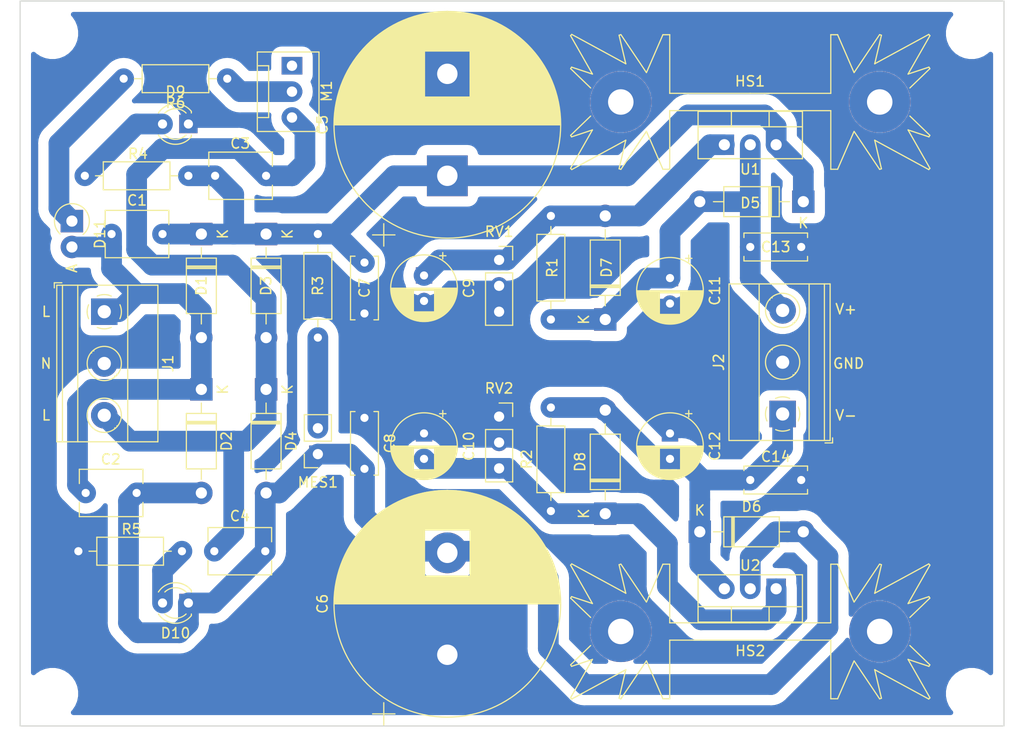
<source format=kicad_pcb>
(kicad_pcb (version 20211014) (generator pcbnew)
  (title_block (title "Dual-voltage adjustable power supply") (date "2022-12-04") (rev "v03.2") (comment 2 "https://www.gnu.org/licenses/gpl.html") (comment 3 "License: GNU General Public License (GPL) version 3") (comment 4 "Author: Poly Electronics"))
  (layers (0 "F.Cu" signal) (31 "B.Cu" signal) (34 "B.Paste" user) (35 "F.Paste" user) (36 "B.SilkS" user "B.Silkscreen") (37 "F.SilkS" user "F.Silkscreen") (38 "B.Mask" user) (39 "F.Mask" user) (44 "Edge.Cuts" user))
  (net 0 "")
  (net 1 "Net-(C1-Pad2)")
  (net 2 "Net-(C1-Pad1)")
  (net 3 "Net-(C2-Pad1)")
  (net 4 "Net-(C3-Pad1)")
  (net 5 "GND")
  (net 6 "Net-(C9-Pad1)")
  (net 7 "Net-(C10-Pad2)")
  (net 8 "Net-(C11-Pad1)")
  (net 9 "Net-(C12-Pad2)")
  (net 10 "Net-(D9-Pad2)")
  (net 11 "Net-(D10-Pad2)")
  (net 12 "Net-(MES1-Pad2)")
  (net 13 "Net-(D11-Pad1)")
  (net 14 "Net-(M1-Pad2)")
  (footprint "Capacitor_THT:C_Disc_D6.0mm_W4.4mm_P5.00mm" (layer "F.Cu") (at 111.76 75.565 180)
    (fp_text reference "C3" (at 2.54 3.175) (layer "F.SilkS"))
    (fp_text value "10n")
    (pad "1" thru_hole circle (at 0 0 180) (size 1.6 1.6) (drill 0.8) (layers *.Cu *.Mask) (net 4 "Net-(C3-Pad1)"))
    (pad "2" thru_hole circle (at 5 0 180) (size 1.6 1.6) (drill 0.8) (layers *.Cu *.Mask) (net 2 "Net-(C1-Pad1)"))
  )
  (footprint "Capacitor_THT:C_Disc_D6.0mm_W4.4mm_P5.00mm" (layer "F.Cu") (at 106.68 112.395)
    (fp_text reference "C4" (at 2.5 -3.45) (layer "F.SilkS"))
    (fp_text value "10n")
    (pad "1" thru_hole circle (at 0 0) (size 1.6 1.6) (drill 0.8) (layers *.Cu *.Mask) (net 4 "Net-(C3-Pad1)"))
    (pad "2" thru_hole circle (at 5 0) (size 1.6 1.6) (drill 0.8) (layers *.Cu *.Mask) (net 3 "Net-(C2-Pad1)"))
  )
  (footprint "Capacitor_THT:CP_Radial_D22.0mm_P10.00mm_SnapIn" (layer "F.Cu") (at 129.54 75.565 90)
    (fp_text reference "C5" (at 5 -12.25 90) (layer "F.SilkS"))
    (fp_text value "4700u")
    (pad "1" thru_hole rect (at 0 0 90) (size 4 4) (drill 2) (layers *.Cu *.Mask) (net 2 "Net-(C1-Pad1)"))
    (pad "2" thru_hole circle (at 10 0 90) (size 4 4) (drill 2) (layers *.Cu *.Mask) (net 5 "GND"))
  )
  (footprint "Capacitor_THT:C_Disc_D6.0mm_W2.5mm_P5.00mm" (layer "F.Cu") (at 121.412 99.314 -90)
    (fp_text reference "C8" (at 2.5 -2.5 90) (layer "F.SilkS"))
    (fp_text value "0.1u")
    (pad "1" thru_hole circle (at 0 0 270) (size 1.6 1.6) (drill 0.8) (layers *.Cu *.Mask) (net 5 "GND"))
    (pad "2" thru_hole circle (at 5 0 270) (size 1.6 1.6) (drill 0.8) (layers *.Cu *.Mask) (net 3 "Net-(C2-Pad1)"))
  )
  (footprint "Diode_THT:D_DO-41_SOD81_P10.16mm_Horizontal" (layer "F.Cu") (at 105.41 81.28 -90)
    (fp_text reference "D1" (at 5.08 0 90) (layer "F.SilkS"))
    (fp_text value "1N4004")
    (fp_text user "K" (at 0 -2.1 90) (layer "F.SilkS"))
    (pad "1" thru_hole rect (at 0 0 270) (size 2.2 2.2) (drill 1.1) (layers *.Cu *.Mask) (net 2 "Net-(C1-Pad1)"))
    (pad "2" thru_hole oval (at 10.16 0 270) (size 2.2 2.2) (drill 1.1) (layers *.Cu *.Mask) (net 1 "Net-(C1-Pad2)"))
  )
  (footprint "Diode_THT:D_DO-41_SOD81_P10.16mm_Horizontal" (layer "F.Cu") (at 105.41 96.52 -90)
    (fp_text reference "D2" (at 5.08 -2.47 90) (layer "F.SilkS"))
    (fp_text value "1N4004")
    (fp_text user "K" (at 0 -2.1 90) (layer "F.SilkS"))
    (pad "1" thru_hole rect (at 0 0 270) (size 2.2 2.2) (drill 1.1) (layers *.Cu *.Mask) (net 1 "Net-(C1-Pad2)"))
    (pad "2" thru_hole oval (at 10.16 0 270) (size 2.2 2.2) (drill 1.1) (layers *.Cu *.Mask) (net 3 "Net-(C2-Pad1)"))
  )
  (footprint "Diode_THT:D_DO-41_SOD81_P10.16mm_Horizontal" (layer "F.Cu") (at 111.76 81.28 -90)
    (fp_text reference "D3" (at 5.08 0 90) (layer "F.SilkS"))
    (fp_text value "1N4004")
    (fp_text user "K" (at 0 -2.1 90) (layer "F.SilkS"))
    (pad "1" thru_hole rect (at 0 0 270) (size 2.2 2.2) (drill 1.1) (layers *.Cu *.Mask) (net 2 "Net-(C1-Pad1)"))
    (pad "2" thru_hole oval (at 10.16 0 270) (size 2.2 2.2) (drill 1.1) (layers *.Cu *.Mask) (net 4 "Net-(C3-Pad1)"))
  )
  (footprint "Diode_THT:D_DO-41_SOD81_P10.16mm_Horizontal" (layer "F.Cu") (at 111.76 96.52 -90)
    (fp_text reference "D4" (at 5.08 -2.47 90) (layer "F.SilkS"))
    (fp_text value "1N4004")
    (fp_text user "K" (at 0 -2.1 90) (layer "F.SilkS"))
    (pad "1" thru_hole rect (at 0 0 270) (size 2.2 2.2) (drill 1.1) (layers *.Cu *.Mask) (net 4 "Net-(C3-Pad1)"))
    (pad "2" thru_hole oval (at 10.16 0 270) (size 2.2 2.2) (drill 1.1) (layers *.Cu *.Mask) (net 3 "Net-(C2-Pad1)"))
  )
  (footprint "Diode_THT:D_DO-41_SOD81_P10.16mm_Horizontal" (layer "F.Cu") (at 145.034 108.712 90)
    (fp_text reference "D8" (at 5.08 -2.47 90) (layer "F.SilkS"))
    (fp_text value "1N4004")
    (fp_text user "K" (at 0 -2.1 90) (layer "F.SilkS"))
    (pad "1" thru_hole rect (at 0 0 90) (size 2.2 2.2) (drill 1.1) (layers *.Cu *.Mask) (net 7 "Net-(C10-Pad2)"))
    (pad "2" thru_hole oval (at 10.16 0 90) (size 2.2 2.2) (drill 1.1) (layers *.Cu *.Mask) (net 9 "Net-(C12-Pad2)"))
  )
  (footprint "LED_THT:LED_D3.0mm" (layer "F.Cu") (at 104.14 70.485 180)
    (fp_text reference "D9" (at 1.27 3.175) (layer "F.SilkS"))
    (fp_text value "LED")
    (pad "1" thru_hole rect (at 0 0 180) (size 1.8 1.8) (drill 0.9) (layers *.Cu *.Mask) (net 5 "GND"))
    (pad "2" thru_hole circle (at 2.54 0 180) (size 1.8 1.8) (drill 0.9) (layers *.Cu *.Mask) (net 10 "Net-(D9-Pad2)"))
  )
  (footprint "TerminalBlock_Phoenix:TerminalBlock_Phoenix_MKDS-1,5-3-5.08_1x03_P5.08mm_Horizontal" (layer "F.Cu") (at 95.885 88.9 -90)
    (fp_text reference "J1" (at 5.08 -6.26 90) (layer "F.SilkS"))
    (fp_text value "POWER")
    (pad "1" thru_hole rect (at 0 0 270) (size 2.6 2.6) (drill 1.3) (layers *.Cu *.Mask) (net 1 "Net-(C1-Pad2)"))
    (pad "2" thru_hole circle (at 5.08 0 270) (size 2.6 2.6) (drill 1.3) (layers *.Cu *.Mask) (net 5 "GND"))
    (pad "3" thru_hole circle (at 10.16 0 270) (size 2.6 2.6) (drill 1.3) (layers *.Cu *.Mask) (net 4 "Net-(C3-Pad1)"))
  )
  (footprint "Connector_PinSocket_2.54mm:PinSocket_1x02_P2.54mm_Vertical" (layer "F.Cu") (at 116.84 102.87 180)
    (fp_text reference "MES1" (at 0 -2.77) (layer "F.SilkS"))
    (fp_text value "Voltmeter_DC")
    (pad "1" thru_hole rect (at 0 0 180) (size 1.7 1.7) (drill 1) (layers *.Cu *.Mask) (net 3 "Net-(C2-Pad1)"))
    (pad "2" thru_hole oval (at 0 2.54 180) (size 1.7 1.7) (drill 1) (layers *.Cu *.Mask) (net 12 "Net-(MES1-Pad2)"))
  )
  (footprint "Resistor_THT:R_Axial_DIN0207_L6.3mm_D2.5mm_P10.16mm_Horizontal" (layer "F.Cu") (at 93.345 112.395)
    (fp_text reference "R5" (at 5.207 -2.159) (layer "F.SilkS"))
    (fp_text value "1K8")
    (pad "1" thru_hole circle (at 0 0) (size 1.6 1.6) (drill 0.8) (layers *.Cu *.Mask) (net 5 "GND"))
    (pad "2" thru_hole oval (at 10.16 0) (size 1.6 1.6) (drill 0.8) (layers *.Cu *.Mask) (net 11 "Net-(D10-Pad2)"))
  )
  (footprint "Capacitor_THT:C_Disc_D6.0mm_W4.4mm_P5.00mm" (layer "F.Cu") (at 99.06 106.68 180)
    (fp_text reference "C2" (at 2.54 3.302) (layer "F.SilkS"))
    (fp_text value "10n")
    (pad "1" thru_hole circle (at 0 0 180) (size 1.6 1.6) (drill 0.8) (layers *.Cu *.Mask) (net 3 "Net-(C2-Pad1)"))
    (pad "2" thru_hole circle (at 5 0 180) (size 1.6 1.6) (drill 0.8) (layers *.Cu *.Mask) (net 1 "Net-(C1-Pad2)"))
  )
  (footprint "Package_TO_SOT_THT:TO-220-3_Vertical" (layer "F.Cu") (at 156.718 72.517)
    (fp_text reference "U1" (at 2.54 2.413) (layer "F.SilkS"))
    (fp_text value "LM317")
    (pad "1" thru_hole rect (at 0 0) (size 1.905 2) (drill 1.1) (layers *.Cu *.Mask) (net 6 "Net-(C9-Pad1)"))
    (pad "2" thru_hole oval (at 2.54 0) (size 1.905 2) (drill 1.1) (layers *.Cu *.Mask) (net 8 "Net-(C11-Pad1)"))
    (pad "3" thru_hole oval (at 5.08 0) (size 1.905 2) (drill 1.1) (layers *.Cu *.Mask) (net 2 "Net-(C1-Pad1)"))
  )
  (footprint "Resistor_THT:R_Axial_DIN0207_L6.3mm_D2.5mm_P10.16mm_Horizontal" (layer "F.Cu") (at 104.14 75.565 180)
    (fp_text reference "R4" (at 4.953 2.159) (layer "F.SilkS"))
    (fp_text value "1K8")
    (pad "1" thru_hole circle (at 0 0 180) (size 1.6 1.6) (drill 0.8) (layers *.Cu *.Mask) (net 2 "Net-(C1-Pad1)"))
    (pad "2" thru_hole oval (at 10.16 0 180) (size 1.6 1.6) (drill 0.8) (layers *.Cu *.Mask) (net 10 "Net-(D9-Pad2)"))
  )
  (footprint "Diode_THT:D_DO-41_SOD81_P10.16mm_Horizontal" (layer "F.Cu") (at 164.465 78.105 180)
    (fp_text reference "D5" (at 5.207 -0.127) (layer "F.SilkS"))
    (fp_text value "1N4004")
    (fp_text user "K" (at 0 -2.1) (layer "F.SilkS"))
    (pad "1" thru_hole rect (at 0 0 180) (size 2.2 2.2) (drill 1.1) (layers *.Cu *.Mask) (net 2 "Net-(C1-Pad1)"))
    (pad "2" thru_hole oval (at 10.16 0 180) (size 2.2 2.2) (drill 1.1) (layers *.Cu *.Mask) (net 8 "Net-(C11-Pad1)"))
  )
  (footprint "Connector_PinSocket_2.54mm:PinSocket_1x03_P2.54mm_Vertical" (layer "F.Cu") (at 134.62 99.187)
    (fp_text reference "RV2" (at 0 -2.77) (layer "F.SilkS"))
    (fp_text value "5K")
    (pad "1" thru_hole rect (at 0 0) (size 1.7 1.7) (drill 1) (layers *.Cu *.Mask) (net 5 "GND"))
    (pad "2" thru_hole oval (at 0 2.54) (size 1.7 1.7) (drill 1) (layers *.Cu *.Mask) (net 5 "GND"))
    (pad "3" thru_hole oval (at 0 5.08) (size 1.7 1.7) (drill 1) (layers *.Cu *.Mask) (net 7 "Net-(C10-Pad2)"))
  )
  (footprint "Capacitor_THT:C_Disc_D6.0mm_W4.4mm_P5.00mm" (layer "F.Cu") (at 101.6 81.28 180)
    (fp_text reference "C1" (at 2.5 3.302) (layer "F.SilkS"))
    (fp_text value "10n")
    (pad "1" thru_hole circle (at 0 0 180) (size 1.6 1.6) (drill 0.8) (layers *.Cu *.Mask) (net 2 "Net-(C1-Pad1)"))
    (pad "2" thru_hole circle (at 5 0 180) (size 1.6 1.6) (drill 0.8) (layers *.Cu *.Mask) (net 1 "Net-(C1-Pad2)"))
  )
  (footprint "TerminalBlock_Phoenix:TerminalBlock_Phoenix_MKDS-1,5-3-5.08_1x03_P5.08mm_Horizontal" (layer "F.Cu") (at 162.433 98.933 90)
    (fp_text reference "J2" (at 5.08 -6.26 90) (layer "F.SilkS"))
    (fp_text value "OUTPUT")
    (pad "1" thru_hole rect (at 0 0 90) (size 2.6 2.6) (drill 1.3) (layers *.Cu *.Mask) (net 9 "Net-(C12-Pad2)"))
    (pad "2" thru_hole circle (at 5.08 0 90) (size 2.6 2.6) (drill 1.3) (layers *.Cu *.Mask) (net 5 "GND"))
    (pad "3" thru_hole circle (at 10.16 0 90) (size 2.6 2.6) (drill 1.3) (layers *.Cu *.Mask) (net 8 "Net-(C11-Pad1)"))
  )
  (footprint "Capacitor_THT:CP_Radial_D6.3mm_P2.50mm" (layer "F.Cu") (at 127.254 100.838 -90)
    (fp_text reference "C10" (at 1.25 -4.4 90) (layer "F.SilkS"))
    (fp_text value "100u")
    (pad "1" thru_hole rect (at 0 0 270) (size 1.6 1.6) (drill 0.8) (layers *.Cu *.Mask) (net 5 "GND"))
    (pad "2" thru_hole circle (at 2.5 0 270) (size 1.6 1.6) (drill 0.8) (layers *.Cu *.Mask) (net 7 "Net-(C10-Pad2)"))
  )
  (footprint "Diode_THT:D_DO-41_SOD81_P10.16mm_Horizontal" (layer "F.Cu") (at 145.034 89.662 90)
    (fp_text reference "D7" (at 5.08 0.127 90) (layer "F.SilkS"))
    (fp_text value "1N4004")
    (fp_text user "K" (at 0 -2.1 90) (layer "F.SilkS"))
    (pad "1" thru_hole rect (at 0 0 90) (size 2.2 2.2) (drill 1.1) (layers *.Cu *.Mask) (net 8 "Net-(C11-Pad1)"))
    (pad "2" thru_hole oval (at 10.16 0 90) (size 2.2 2.2) (drill 1.1) (layers *.Cu *.Mask) (net 6 "Net-(C9-Pad1)"))
  )
  (footprint "Capacitor_THT:CP_Radial_D6.3mm_P2.50mm" (layer "F.Cu") (at 127.254 85.344 -90)
    (fp_text reference "C9" (at 1.25 -4.4 90) (layer "F.SilkS"))
    (fp_text value "100u")
    (pad "1" thru_hole rect (at 0 0 270) (size 1.6 1.6) (drill 0.8) (layers *.Cu *.Mask) (net 6 "Net-(C9-Pad1)"))
    (pad "2" thru_hole circle (at 2.5 0 270) (size 1.6 1.6) (drill 0.8) (layers *.Cu *.Mask) (net 5 "GND"))
  )
  (footprint "Capacitor_THT:CP_Radial_D6.3mm_P2.50mm" (layer "F.Cu") (at 151.384 100.838 -90)
    (fp_text reference "C12" (at 1.25 -4.4 90) (layer "F.SilkS"))
    (fp_text value "100u")
    (pad "1" thru_hole rect (at 0 0 270) (size 1.6 1.6) (drill 0.8) (layers *.Cu *.Mask) (net 5 "GND"))
    (pad "2" thru_hole circle (at 2.5 0 270) (size 1.6 1.6) (drill 0.8) (layers *.Cu *.Mask) (net 9 "Net-(C12-Pad2)"))
  )
  (footprint "Diode_THT:D_DO-41_SOD81_P10.16mm_Horizontal" (layer "F.Cu") (at 154.305 110.49)
    (fp_text reference "D6" (at 5.08 -2.47) (layer "F.SilkS"))
    (fp_text value "1N4004")
    (fp_text user "K" (at 0 -2.1) (layer "F.SilkS"))
    (pad "1" thru_hole rect (at 0 0) (size 2.2 2.2) (drill 1.1) (layers *.Cu *.Mask) (net 9 "Net-(C12-Pad2)"))
    (pad "2" thru_hole oval (at 10.16 0) (size 2.2 2.2) (drill 1.1) (layers *.Cu *.Mask) (net 3 "Net-(C2-Pad1)"))
  )
  (footprint "Capacitor_THT:C_Disc_D6.0mm_W2.5mm_P5.00mm" (layer "F.Cu") (at 121.412 84.074 -90)
    (fp_text reference "C7" (at 2.5 0 90) (layer "F.SilkS"))
    (fp_text value "0.1u")
    (pad "1" thru_hole circle (at 0 0 270) (size 1.6 1.6) (drill 0.8) (layers *.Cu *.Mask) (net 2 "Net-(C1-Pad1)"))
    (pad "2" thru_hole circle (at 5 0 270) (size 1.6 1.6) (drill 0.8) (layers *.Cu *.Mask) (net 5 "GND"))
  )
  (footprint "Capacitor_THT:CP_Radial_D6.3mm_P2.50mm" (layer "F.Cu") (at 151.384 85.598 -90)
    (fp_text reference "C11" (at 1.25 -4.4 90) (layer "F.SilkS"))
    (fp_text value "100u")
    (pad "1" thru_hole rect (at 0 0 270) (size 1.6 1.6) (drill 0.8) (layers *.Cu *.Mask) (net 8 "Net-(C11-Pad1)"))
    (pad "2" thru_hole circle (at 2.5 0 270) (size 1.6 1.6) (drill 0.8) (layers *.Cu *.Mask) (net 5 "GND"))
  )
  (footprint "Capacitor_THT:C_Disc_D6.0mm_W2.5mm_P5.00mm" (layer "F.Cu") (at 164.258 105.41 180)
    (fp_text reference "C14" (at 2.5 2.286) (layer "F.SilkS"))
    (fp_text value "0.1u")
    (pad "1" thru_hole circle (at 0 0 180) (size 1.6 1.6) (drill 0.8) (layers *.Cu *.Mask) (net 5 "GND"))
    (pad "2" thru_hole circle (at 5 0 180) (size 1.6 1.6) (drill 0.8) (layers *.Cu *.Mask) (net 9 "Net-(C12-Pad2)"))
  )
  (footprint "Resistor_THT:R_Axial_DIN0207_L6.3mm_D2.5mm_P10.16mm_Horizontal" (layer "F.Cu") (at 116.84 81.28 -90)
    (fp_text reference "R3" (at 5.08 0 90) (layer "F.SilkS"))
    (fp_text value "3K9")
    (pad "1" thru_hole circle (at 0 0 270) (size 1.6 1.6) (drill 0.8) (layers *.Cu *.Mask) (net 2 "Net-(C1-Pad1)"))
    (pad "2" thru_hole oval (at 10.16 0 270) (size 1.6 1.6) (drill 0.8) (layers *.Cu *.Mask) (net 12 "Net-(MES1-Pad2)"))
  )
  (footprint "Resistor_THT:R_Axial_DIN0207_L6.3mm_D2.5mm_P10.16mm_Horizontal" (layer "F.Cu") (at 139.7 89.662 90)
    (fp_text reference "R1" (at 5.08 0.127 90) (layer "F.SilkS"))
    (fp_text value "220")
    (pad "1" thru_hole circle (at 0 0 90) (size 1.6 1.6) (drill 0.8) (layers *.Cu *.Mask) (net 8 "Net-(C11-Pad1)"))
    (pad "2" thru_hole oval (at 10.16 0 90) (size 1.6 1.6) (drill 0.8) (layers *.Cu *.Mask) (net 6 "Net-(C9-Pad1)"))
  )
  (footprint "Connector_PinSocket_2.54mm:PinSocket_1x03_P2.54mm_Vertical" (layer "F.Cu") (at 134.62 83.82)
    (fp_text reference "RV1" (at 0 -2.77) (layer "F.SilkS"))
    (fp_text value "5K")
    (pad "1" thru_hole rect (at 0 0) (size 1.7 1.7) (drill 1) (layers *.Cu *.Mask) (net 6 "Net-(C9-Pad1)"))
    (pad "2" thru_hole oval (at 0 2.54) (size 1.7 1.7) (drill 1) (layers *.Cu *.Mask) (net 5 "GND"))
    (pad "3" thru_hole oval (at 0 5.08) (size 1.7 1.7) (drill 1) (layers *.Cu *.Mask) (net 5 "GND"))
  )
  (footprint "Heatsink:Heatsink_Fischer_SK104-STC-STIC_35x13mm_2xDrill2.5mm" (layer "F.Cu") (at 159.258 120.269)
    (fp_text reference "HS2" (at 0 1.905) (layer "F.SilkS"))
    (fp_text value "Heatsink")
    (pad "1" thru_hole circle (at -12.7 0 180) (size 6 6) (drill 2.5) (layers *.Cu *.Mask))
    (pad "1" thru_hole circle (at 12.7 0) (size 6 6) (drill 2.5) (layers *.Cu *.Mask))
  )
  (footprint "LED_THT:LED_D3.0mm" (layer "F.Cu") (at 104.14 117.475 180)
    (fp_text reference "D10" (at 1.27 -2.96) (layer "F.SilkS"))
    (fp_text value "LED")
    (pad "1" thru_hole rect (at 0 0 180) (size 1.8 1.8) (drill 0.9) (layers *.Cu *.Mask) (net 3 "Net-(C2-Pad1)"))
    (pad "2" thru_hole circle (at 2.54 0 180) (size 1.8 1.8) (drill 0.9) (layers *.Cu *.Mask) (net 11 "Net-(D10-Pad2)"))
  )
  (footprint "Package_TO_SOT_THT:TO-220-3_Vertical" (layer "F.Cu") (at 161.798 116.078 180)
    (fp_text reference "U2" (at 2.54 2.286) (layer "F.SilkS"))
    (fp_text value "LM337")
    (pad "1" thru_hole rect (at 0 0 180) (size 1.905 2) (drill 1.1) (layers *.Cu *.Mask) (net 7 "Net-(C10-Pad2)"))
    (pad "2" thru_hole oval (at 2.54 0 180) (size 1.905 2) (drill 1.1) (layers *.Cu *.Mask) (net 3 "Net-(C2-Pad1)"))
    (pad "3" thru_hole oval (at 5.08 0 180) (size 1.905 2) (drill 1.1) (layers *.Cu *.Mask) (net 9 "Net-(C12-Pad2)"))
  )
  (footprint "Heatsink:Heatsink_Fischer_SK104-STC-STIC_35x13mm_2xDrill2.5mm" (layer "F.Cu") (at 159.258 68.326)
    (fp_text reference "HS1" (at -0.025 -2.032) (layer "F.SilkS"))
    (fp_text value "Heatsink")
    (pad "1" thru_hole circle (at -12.7 0 180) (size 6 6) (drill 2.5) (layers *.Cu *.Mask))
    (pad "1" thru_hole circle (at 12.7 0) (size 6 6) (drill 2.5) (layers *.Cu *.Mask))
  )
  (footprint "MountingHole:MountingHole_3mm" (layer "F.Cu") (at 180.975 61.595)
    (fp_text reference "H2" hide)
    (fp_text value "MountingHole")
    (pad "" np_thru_hole circle (at 0 0) (size 3 3) (drill 3) (layers *.Cu *.Mask))
  )
  (footprint "MountingHole:MountingHole_3mm" (layer "F.Cu") (at 90.805 126.365)
    (fp_text reference "H3" hide)
    (fp_text value "MountingHole")
    (pad "" np_thru_hole circle (at 0 0) (size 3 3) (drill 3) (layers *.Cu *.Mask))
  )
  (footprint "MountingHole:MountingHole_3mm" (layer "F.Cu") (at 180.975 126.365)
    (fp_text reference "H4" hide)
    (fp_text value "MountingHole")
    (pad "" np_thru_hole circle (at 0 0) (size 3 3) (drill 3) (layers *.Cu *.Mask))
  )
  (footprint "MountingHole:MountingHole_3mm" (layer "F.Cu") (at 90.805 61.595)
    (fp_text reference "H1" hide)
    (fp_text value "MountingHole")
    (pad "" np_thru_hole circle (at 0 0) (size 3 3) (drill 3) (layers *.Cu *.Mask))
  )
  (footprint "Capacitor_THT:C_Disc_D6.0mm_W2.5mm_P5.00mm" (layer "F.Cu") (at 159.258 82.55)
    (fp_text reference "C13" (at 2.5 0) (layer "F.SilkS"))
    (fp_text value "0.1u")
    (pad "1" thru_hole circle (at 0 0) (size 1.6 1.6) (drill 0.8) (layers *.Cu *.Mask) (net 8 "Net-(C11-Pad1)"))
    (pad "2" thru_hole circle (at 5 0) (size 1.6 1.6) (drill 0.8) (layers *.Cu *.Mask) (net 5 "GND"))
  )
  (footprint "Resistor_THT:R_Axial_DIN0207_L6.3mm_D2.5mm_P10.16mm_Horizontal" (layer "F.Cu") (at 139.7 108.458 90)
    (fp_text reference "R2" (at 5.08 -2.37 90) (layer "F.SilkS"))
    (fp_text value "220")
    (pad "1" thru_hole circle (at 0 0 90) (size 1.6 1.6) (drill 0.8) (layers *.Cu *.Mask) (net 7 "Net-(C10-Pad2)"))
    (pad "2" thru_hole oval (at 10.16 0 90) (size 1.6 1.6) (drill 0.8) (layers *.Cu *.Mask) (net 9 "Net-(C12-Pad2)"))
  )
  (footprint "Connector:FanPinHeader_1x03_P2.54mm_Vertical" (layer "F.Cu") (at 114.3 64.77 -90)
    (fp_text reference "M1" (at 2.5 -3.4 90) (layer "F.SilkS"))
    (fp_text value "Fan 12V0.10A")
    (pad "1" thru_hole rect (at 0 0) (size 2.03 1.73) (drill 1.02) (layers *.Cu *.Mask))
    (pad "2" thru_hole oval (at 2.54 0) (size 2.03 1.73) (drill 1.02) (layers *.Cu *.Mask) (net 14 "Net-(M1-Pad2)"))
    (pad "3" thru_hole oval (at 5.08 0) (size 2.03 1.73) (drill 1.02) (layers *.Cu *.Mask) (net 4 "Net-(C3-Pad1)"))
  )
  (footprint "Resistor_THT:R_Axial_DIN0207_L6.3mm_D2.5mm_P10.16mm_Horizontal" (layer "F.Cu") (at 107.95 66.04 180)
    (fp_text reference "R6" (at 5.08 -2.37) (layer "F.SilkS"))
    (fp_text value "910")
    (pad "1" thru_hole circle (at 0 0 180) (size 1.6 1.6) (drill 0.8) (layers *.Cu *.Mask) (net 14 "Net-(M1-Pad2)"))
    (pad "2" thru_hole oval (at 10.16 0 180) (size 1.6 1.6) (drill 0.8) (layers *.Cu *.Mask) (net 13 "Net-(D11-Pad1)"))
  )
  (footprint "Diode_THT:D_DO-41_SOD81_P2.54mm_Vertical_AnodeUp" (layer "F.Cu") (at 92.71 80.01 -90)
    (fp_text reference "D11" (at 1.27 -2.750635 90) (layer "F.SilkS"))
    (fp_text value "1N4004")
    (fp_text user "A" (at 4.64 0 90) (layer "F.SilkS"))
    (pad "1" thru_hole rect (at 0 0 270) (size 2.2 2.2) (drill 1.1) (layers *.Cu *.Mask) (net 13 "Net-(D11-Pad1)"))
    (pad "2" thru_hole oval (at 2.54 0 270) (size 2.2 2.2) (drill 1.1) (layers *.Cu *.Mask) (net 1 "Net-(C1-Pad2)"))
  )
  (footprint "Capacitor_THT:CP_Radial_D22.0mm_P10.00mm_SnapIn" (layer "F.Cu") (at 129.54 122.555 90)
    (fp_text reference "C6" (at 5 -12.25 90) (layer "F.SilkS"))
    (fp_text value "4700u")
    (pad "1" thru_hole rect (at 0 0 90) (size 4 4) (drill 2) (layers *.Cu *.Mask) (net 5 "GND"))
    (pad "2" thru_hole circle (at 10 0 90) (size 4 4) (drill 2) (layers *.Cu *.Mask) (net 3 "Net-(C2-Pad1)"))
  )
  (gr_line (start 184.15 58.42) (end 184.15 129.54) (layer "Edge.Cuts") (width 0.1))
  (gr_line (start 87.63 58.42) (end 184.15 58.42) (layer "Edge.Cuts") (width 0.1))
  (gr_line (start 184.15 129.54) (end 87.63 129.54) (layer "Edge.Cuts") (width 0.1))
  (gr_line (start 87.63 129.54) (end 87.63 58.42) (layer "Edge.Cuts") (width 0.1))
  (gr_text "V+" (at 168.656 88.646) (layer "F.SilkS") (effects (font (size 1 1))))
  (gr_text "V-" (at 168.656 99.06) (layer "F.SilkS") (effects (font (size 1 1))))
  (gr_text "GND" (at 168.91 93.98) (layer "F.SilkS") (effects (font (size 1 1))))
  (gr_text "N" (at 90.17 93.98) (layer "F.SilkS") (effects (font (size 1 1))))
  (gr_text "L" (at 90.17 99.06) (layer "F.SilkS") (effects (font (size 1 1))))
  (gr_text "L" (at 90.17 88.9) (layer "F.SilkS") (effects (font (size 1 1))))
  (segment (start 96.6 82.63) (end 96.6 81.28) (width 2.032) (layer "B.Cu") (net 1))
  (segment (start 103.632 87.122) (end 99.06 87.122) (width 2.032) (layer "B.Cu") (net 1))
  (segment (start 95.885 88.9) (end 97.282 88.9) (width 2.032) (layer "B.Cu") (net 1))
  (segment (start 99.06 87.122) (end 96.6 84.662) (width 2.032) (layer "B.Cu") (net 1))
  (segment (start 96.6 84.662) (end 96.6 82.63) (width 2.032) (layer "B.Cu") (net 1))
  (segment (start 93.260001 97.935662) (end 93.260001 105.880001) (width 2.032) (layer "B.Cu") (net 1))
  (segment (start 105.41 96.52) (end 94.675663 96.52) (width 2.032) (layer "B.Cu") (net 1))
  (segment (start 93.260001 105.880001) (end 94.06 106.68) (width 2.032) (layer "B.Cu") (net 1))
  (segment (start 92.71 82.55) (end 96.52 82.55) (width 2.032) (layer "B.Cu") (net 1))
  (segment (start 94.675663 96.52) (end 93.260001 97.935662) (width 2.032) (layer "B.Cu") (net 1))
  (segment (start 105.41 91.44) (end 105.41 88.9) (width 2.032) (layer "B.Cu") (net 1))
  (segment (start 105.41 88.9) (end 103.632 87.122) (width 2.032) (layer "B.Cu") (net 1))
  (segment (start 96.52 82.55) (end 96.6 82.63) (width 2.032) (layer "B.Cu") (net 1))
  (segment (start 97.282 88.9) (end 99.06 87.122) (width 2.032) (layer "B.Cu") (net 1))
  (segment (start 105.41 91.44) (end 105.41 96.52) (width 2.032) (layer "B.Cu") (net 1))
  (segment (start 147.193 75.565) (end 153.162 69.596) (width 2.032) (layer "B.Cu") (net 2))
  (segment (start 160.655 69.596) (end 153.162 69.596) (width 2.032) (layer "B.Cu") (net 2))
  (segment (start 116.84 81.28) (end 111.76 81.28) (width 2.032) (layer "B.Cu") (net 2))
  (segment (start 108.585 81.28) (end 111.76 81.28) (width 2.032) (layer "B.Cu") (net 2))
  (segment (start 129.54 75.565) (end 147.193 75.565) (width 2.032) (layer "B.Cu") (net 2))
  (segment (start 161.798 72.517) (end 161.798 70.739) (width 2.032) (layer "B.Cu") (net 2))
  (segment (start 164.465 78.105) (end 164.465 75.184) (width 2.032) (layer "B.Cu") (net 2))
  (segment (start 101.6 81.28) (end 105.41 81.28) (width 2.032) (layer "B.Cu") (net 2))
  (segment (start 108.585 77.39) (end 108.585 81.28) (width 2.032) (layer "B.Cu") (net 2))
  (segment (start 118.618 81.28) (end 121.412 84.074) (width 2.032) (layer "B.Cu") (net 2))
  (segment (start 105.41 81.28) (end 108.585 81.28) (width 2.032) (layer "B.Cu") (net 2))
  (segment (start 106.76 75.565) (end 108.585 77.39) (width 2.032) (layer "B.Cu") (net 2))
  (segment (start 118.653333 81.28) (end 118.618 81.28) (width 2.032) (layer "B.Cu") (net 2))
  (segment (start 161.798 70.739) (end 160.655 69.596) (width 2.032) (layer "B.Cu") (net 2))
  (segment (start 116.84 81.28) (end 118.618 81.28) (width 2.032) (layer "B.Cu") (net 2))
  (segment (start 104.14 75.565) (end 106.76 75.565) (width 2.032) (layer "B.Cu") (net 2))
  (segment (start 164.465 75.184) (end 161.798 72.517) (width 2.032) (layer "B.Cu") (net 2))
  (segment (start 124.333 75.565) (end 118.618 81.28) (width 2.032) (layer "B.Cu") (net 2))
  (segment (start 129.54 75.565) (end 124.333 75.565) (width 2.032) (layer "B.Cu") (net 2))
  (segment (start 98.260001 107.479999) (end 98.260001 119.417999) (width 2.032) (layer "B.Cu") (net 3))
  (segment (start 166.878 112.903) (end 164.465 110.49) (width 2.032) (layer "B.Cu") (net 3))
  (segment (start 104.14 117.475) (end 106.6 117.475) (width 2.032) (layer "B.Cu") (net 3))
  (segment (start 159.258 113.011333) (end 161.779333 110.49) (width 2.032) (layer "B.Cu") (net 3))
  (segment (start 99.06 106.68) (end 98.260001 107.479999) (width 2.032) (layer "B.Cu") (net 3))
  (segment (start 124.841 112.395) (end 121.412 108.966) (width 2.032) (layer "B.Cu") (net 3))
  (segment (start 116.84 102.87) (end 119.968 102.87) (width 2.032) (layer "B.Cu") (net 3))
  (segment (start 99.06 106.68) (end 105.41 106.68) (width 2.032) (layer "B.Cu") (net 3))
  (segment (start 98.583678 119.741676) (end 98.583678 119.792678) (width 2.032) (layer "B.Cu") (net 3))
  (segment (start 127 112.395) (end 124.841 112.395) (width 2.032) (layer "B.Cu") (net 3))
  (segment (start 103.251 120.396) (end 104.14 119.507) (width 2.032) (layer "B.Cu") (net 3))
  (segment (start 119.968 102.87) (end 121.412 104.314) (width 2.032) (layer "B.Cu") (net 3))
  (segment (start 136.779 112.395) (end 139.446 115.062) (width 2.032) (layer "B.Cu") (net 3))
  (segment (start 98.260001 119.417999) (end 98.583678 119.741676) (width 2.032) (layer "B.Cu") (net 3))
  (segment (start 104.14 119.507) (end 104.14 117.475) (width 2.032) (layer "B.Cu") (net 3))
  (segment (start 166.878 119.888) (end 166.878 112.903) (width 2.032) (layer "B.Cu") (net 3))
  (segment (start 162.909366 110.49) (end 164.465 110.49) (width 2.032) (layer "B.Cu") (net 3))
  (segment (start 139.446 121.92) (end 143.002 125.476) (width 2.032) (layer "B.Cu") (net 3))
  (segment (start 106.6 117.475) (end 111.68 112.395) (width 2.032) (layer "B.Cu") (net 3))
  (segment (start 139.446 115.062) (end 139.446 121.92) (width 2.032) (layer "B.Cu") (net 3))
  (segment (start 98.583678 119.792678) (end 99.187 120.396) (width 2.032) (layer "B.Cu") (net 3))
  (segment (start 121.412 108.966) (end 121.412 104.314) (width 2.032) (layer "B.Cu") (net 3))
  (segment (start 111.68 106.76) (end 111.76 106.68) (width 2.032) (layer "B.Cu") (net 3))
  (segment (start 161.779333 110.49) (end 162.909366 110.49) (width 2.032) (layer "B.Cu") (net 3))
  (segment (start 113.03 106.68) (end 116.84 102.87) (width 2.032) (layer "B.Cu") (net 3))
  (segment (start 143.002 125.476) (end 161.29 125.476) (width 2.032) (layer "B.Cu") (net 3))
  (segment (start 99.187 120.396) (end 103.251 120.396) (width 2.032) (layer "B.Cu") (net 3))
  (segment (start 127 112.395) (end 136.779 112.395) (width 2.032) (layer "B.Cu") (net 3))
  (segment (start 161.29 125.476) (end 166.878 119.888) (width 2.032) (layer "B.Cu") (net 3))
  (segment (start 159.258 116.078) (end 159.258 113.011333) (width 2.032) (layer "B.Cu") (net 3))
  (segment (start 111.68 112.395) (end 111.68 106.76) (width 2.032) (layer "B.Cu") (net 3))
  (segment (start 111.76 106.68) (end 113.03 106.68) (width 2.032) (layer "B.Cu") (net 3))
  (segment (start 115.57 71.12) (end 114.3 69.85) (width 2.032) (layer "B.Cu") (net 4))
  (segment (start 111.76 75.565) (end 109.093 72.898) (width 2.032) (layer "B.Cu") (net 4))
  (segment (start 109.846667 101.6) (end 111.76 99.686667) (width 2.032) (layer "B.Cu") (net 4))
  (segment (start 108.585 110.49) (end 108.585 101.6) (width 2.032) (layer "B.Cu") (net 4))
  (segment (start 99.06 82.804) (end 99.06 75.438) (width 2.032) (layer "B.Cu") (net 4))
  (segment (start 111.76 91.44) (end 111.76 96.52) (width 2.032) (layer "B.Cu") (net 4))
  (segment (start 111.76 87.63) (end 108.458 84.328) (width 2.032) (layer "B.Cu") (net 4))
  (segment (start 114.3 75.565) (end 115.57 74.295) (width 2.032) (layer "B.Cu") (net 4))
  (segment (start 109.093 72.898) (end 101.6 72.898) (width 2.032) (layer "B.Cu") (net 4))
  (segment (start 108.585 101.6) (end 109.846667 101.6) (width 2.032) (layer "B.Cu") (net 4))
  (segment (start 95.885 99.06) (end 98.425 101.6) (width 2.032) (layer "B.Cu") (net 4))
  (segment (start 111.76 75.565) (end 114.3 75.565) (width 2.032) (layer "B.Cu") (net 4))
  (segment (start 111.76 99.686667) (end 111.76 96.52) (width 2.032) (layer "B.Cu") (net 4))
  (segment (start 106.68 112.395) (end 108.585 110.49) (width 2.032) (layer "B.Cu") (net 4))
  (segment (start 115.57 74.295) (end 115.57 71.12) (width 2.032) (layer "B.Cu") (net 4))
  (segment (start 111.76 91.44) (end 111.76 87.63) (width 2.032) (layer "B.Cu") (net 4))
  (segment (start 99.06 75.438) (end 101.6 72.898) (width 2.032) (layer "B.Cu") (net 4))
  (segment (start 108.458 84.328) (end 100.584 84.328) (width 2.032) (layer "B.Cu") (net 4))
  (segment (start 98.425 101.6) (end 108.585 101.6) (width 2.032) (layer "B.Cu") (net 4))
  (segment (start 100.584 84.328) (end 99.06 82.804) (width 2.032) (layer "B.Cu") (net 4))
  (segment (start 128.778 83.82) (end 127.254 85.344) (width 2.032) (layer "B.Cu") (net 6))
  (segment (start 155.321 72.517) (end 156.718 72.517) (width 2.032) (layer "B.Cu") (net 6))
  (segment (start 134.62 83.82) (end 135.382 83.82) (width 2.032) (layer "B.Cu") (net 6))
  (segment (start 135.382 83.82) (end 139.7 79.502) (width 2.032) (layer "B.Cu") (net 6))
  (segment (start 145.034 79.502) (end 139.7 79.502) (width 2.032) (layer "B.Cu") (net 6))
  (segment (start 148.336 79.502) (end 155.321 72.517) (width 2.032) (layer "B.Cu") (net 6))
  (segment (start 145.034 79.502) (end 148.336 79.502) (width 2.032) (layer "B.Cu") (net 6))
  (segment (start 134.62 83.82) (end 128.778 83.82) (width 2.032) (layer "B.Cu") (net 6))
  (segment (start 160.782 119.126) (end 161.798 118.11) (width 2.032) (layer "B.Cu") (net 7))
  (segment (start 161.798 118.11) (end 161.798 116.078) (width 2.032) (layer "B.Cu") (net 7))
  (segment (start 145.034 108.712) (end 139.954 108.712) (width 2.032) (layer "B.Cu") (net 7))
  (segment (start 151.13 115.824) (end 154.432 119.126) (width 2.032) (layer "B.Cu") (net 7))
  (segment (start 151.13 111.641333) (end 151.13 115.824) (width 2.032) (layer "B.Cu") (net 7))
  (segment (start 127.254 103.338) (end 128.183 104.267) (width 2.032) (layer "B.Cu") (net 7))
  (segment (start 134.62 104.267) (end 135.509 104.267) (width 2.032) (layer "B.Cu") (net 7))
  (segment (start 154.432 119.126) (end 160.782 119.126) (width 2.032) (layer "B.Cu") (net 7))
  (segment (start 139.954 108.712) (end 139.7 108.458) (width 2.032) (layer "B.Cu") (net 7))
  (segment (start 145.034 108.712) (end 148.200667 108.712) (width 2.032) (layer "B.Cu") (net 7))
  (segment (start 148.200667 108.712) (end 151.13 111.641333) (width 2.032) (layer "B.Cu") (net 7))
  (segment (start 135.509 104.267) (end 139.7 108.458) (width 2.032) (layer "B.Cu") (net 7))
  (segment (start 128.183 104.267) (end 134.62 104.267) (width 2.032) (layer "B.Cu") (net 7))
  (segment (start 149.098 85.598) (end 151.384 85.598) (width 2.032) (layer "B.Cu") (net 8))
  (segment (start 159.131 78.105) (end 159.258 78.232) (width 2.032) (layer "B.Cu") (net 8))
  (segment (start 151.384 85.598) (end 151.384 81.026) (width 2.032) (layer "B.Cu") (net 8))
  (segment (start 151.384 81.026) (end 154.305 78.105) (width 2.032) (layer "B.Cu") (net 8))
  (segment (start 159.258 85.598) (end 162.433 88.773) (width 2.032) (layer "B.Cu") (net 8))
  (segment (start 159.258 78.232) (end 159.258 82.55) (width 2.032) (layer "B.Cu") (net 8))
  (segment (start 159.258 82.55) (end 159.258 85.598) (width 2.032) (layer "B.Cu") (net 8))
  (segment (start 139.7 89.662) (end 145.034 89.662) (width 2.032) (layer "B.Cu") (net 8))
  (segment (start 145.034 89.662) (end 149.098 85.598) (width 2.032) (layer "B.Cu") (net 8))
  (segment (start 159.258 72.517) (end 159.258 78.232) (width 2.032) (layer "B.Cu") (net 8))
  (segment (start 154.305 78.105) (end 159.131 78.105) (width 2.032) (layer "B.Cu") (net 8))
  (segment (start 162.433 98.933) (end 162.433 102.235) (width 2.032) (layer "B.Cu") (net 9))
  (segment (start 162.433 102.235) (end 159.258 105.41) (width 2.032) (layer "B.Cu") (net 9))
  (segment (start 151.384 103.338) (end 152.51537 103.338) (width 2.032) (layer "B.Cu") (net 9))
  (segment (start 154.305 110.49) (end 154.305 107.323333) (width 2.032) (layer "B.Cu") (net 9))
  (segment (start 151.384 103.338) (end 149.82 103.338) (width 2.032) (layer "B.Cu") (net 9))
  (segment (start 144.78 98.298) (end 145.034 98.552) (width 2.032) (layer "B.Cu") (net 9))
  (segment (start 139.7 98.298) (end 144.78 98.298) (width 2.032) (layer "B.Cu") (net 9))
  (segment (start 154.58737 105.41) (end 154.305 105.12763) (width 2.032) (layer "B.Cu") (net 9))
  (segment (start 154.305 113.665) (end 156.718 116.078) (width 2.032) (layer "B.Cu") (net 9))
  (segment (start 154.305 110.49) (end 154.305 113.665) (width 2.032) (layer "B.Cu") (net 9))
  (segment (start 152.51537 103.338) (end 154.305 105.12763) (width 2.032) (layer "B.Cu") (net 9))
  (segment (start 149.82 103.338) (end 145.034 98.552) (width 2.032) (layer "B.Cu") (net 9))
  (segment (start 159.258 105.41) (end 154.58737 105.41) (width 2.032) (layer "B.Cu") (net 9))
  (segment (start 154.305 105.12763) (end 154.305 107.323333) (width 2.032) (layer "B.Cu") (net 9))
  (segment (start 101.6 70.485) (end 99.06 70.485) (width 2.032) (layer "B.Cu") (net 10))
  (segment (start 99.06 70.485) (end 93.98 75.565) (width 2.032) (layer "B.Cu") (net 10))
  (segment (start 101.6 117.475) (end 101.6 114.3) (width 2.032) (layer "B.Cu") (net 11))
  (segment (start 101.6 114.3) (end 103.505 112.395) (width 2.032) (layer "B.Cu") (net 11))
  (segment (start 116.84 100.33) (end 116.84 91.44) (width 2.032) (layer "B.Cu") (net 12))
  (segment (start 91.44 72.39) (end 91.44 78.74) (width 2.032) (layer "B.Cu") (net 13))
  (segment (start 97.79 66.04) (end 91.44 72.39) (width 2.032) (layer "B.Cu") (net 13))
  (segment (start 91.44 78.74) (end 92.71 80.01) (width 2.032) (layer "B.Cu") (net 13))
  (segment (start 109.22 67.31) (end 107.95 66.04) (width 2.032) (layer "B.Cu") (net 14))
  (segment (start 114.3 67.31) (end 109.22 67.31) (width 2.032) (layer "B.Cu") (net 14))
  (zone (net 5) (net_name "GND") (layer "B.Cu") (connect_pads yes (clearance 1.0166)) (min_thickness 0.5) (fill yes (thermal_gap 0.508) (thermal_bridge_width 0.508) (smoothing fillet))
    (polygon (pts (xy 184.15 129.54) (xy 87.63 129.54) (xy 87.63 58.42) (xy 121.285 58.42) (xy 184.15 58.42)))
  )
)
</source>
